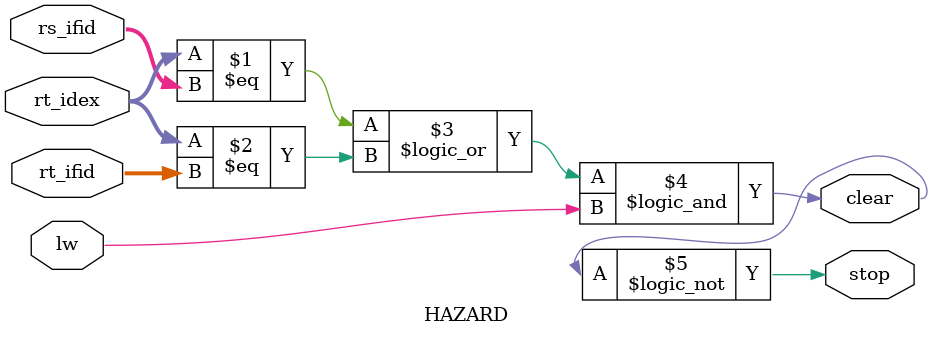
<source format=v>
`timescale 1ns / 1ps


module HAZARD(
lw,rt_ifid,rt_idex,rs_ifid,stop,clear
    );
input lw;
input [4:0] rt_ifid,rt_idex,rs_ifid;

output stop,clear;

assign clear = ((rt_idex == rs_ifid) || (rt_idex == rt_ifid)) && lw;
assign stop = !clear;
endmodule

</source>
